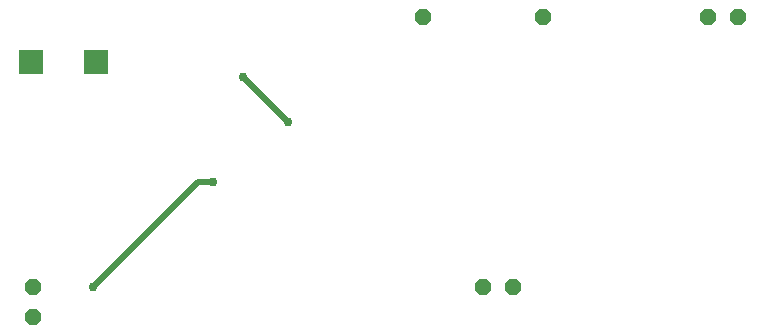
<source format=gbl>
G75*
%MOIN*%
%OFA0B0*%
%FSLAX25Y25*%
%IPPOS*%
%LPD*%
%AMOC8*
5,1,8,0,0,1.08239X$1,22.5*
%
%ADD10OC8,0.05200*%
%ADD11R,0.08268X0.08268*%
%ADD12C,0.02978*%
%ADD13C,0.02000*%
D10*
X0057000Y0032000D03*
X0057000Y0042000D03*
X0207000Y0042000D03*
X0217000Y0042000D03*
X0227000Y0132000D03*
X0187000Y0132000D03*
X0282000Y0132000D03*
X0292000Y0132000D03*
D11*
X0077827Y0117000D03*
X0056173Y0117000D03*
D12*
X0127000Y0112000D03*
X0142000Y0097000D03*
X0117000Y0077000D03*
X0077000Y0042000D03*
D13*
X0112000Y0077000D01*
X0117000Y0077000D01*
X0142000Y0097000D02*
X0127000Y0112000D01*
M02*

</source>
